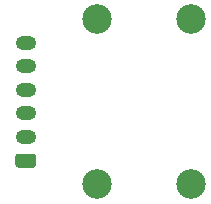
<source format=gbr>
%TF.GenerationSoftware,KiCad,Pcbnew,(5.1.9)-1*%
%TF.CreationDate,2021-10-16T13:59:42-06:00*%
%TF.ProjectId,ABSIS_Hall_Sensor,41425349-535f-4486-916c-6c5f53656e73,rev?*%
%TF.SameCoordinates,Original*%
%TF.FileFunction,Soldermask,Bot*%
%TF.FilePolarity,Negative*%
%FSLAX46Y46*%
G04 Gerber Fmt 4.6, Leading zero omitted, Abs format (unit mm)*
G04 Created by KiCad (PCBNEW (5.1.9)-1) date 2021-10-16 13:59:42*
%MOMM*%
%LPD*%
G01*
G04 APERTURE LIST*
%ADD10O,1.750000X1.200000*%
%ADD11C,2.500000*%
G04 APERTURE END LIST*
D10*
%TO.C,J1*%
X165847000Y-93298000D03*
X165847000Y-95298000D03*
X165847000Y-97298000D03*
X165847000Y-99298000D03*
X165847000Y-101298000D03*
G36*
G01*
X166472001Y-103898000D02*
X165221999Y-103898000D01*
G75*
G02*
X164972000Y-103648001I0J249999D01*
G01*
X164972000Y-102947999D01*
G75*
G02*
X165221999Y-102698000I249999J0D01*
G01*
X166472001Y-102698000D01*
G75*
G02*
X166722000Y-102947999I0J-249999D01*
G01*
X166722000Y-103648001D01*
G75*
G02*
X166472001Y-103898000I-249999J0D01*
G01*
G37*
%TD*%
D11*
%TO.C,H2*%
X171847000Y-105298000D03*
%TD*%
%TO.C,H1*%
X171847000Y-91298000D03*
%TD*%
%TO.C,H4*%
X179847000Y-91298000D03*
%TD*%
%TO.C,H3*%
X179847000Y-105298000D03*
%TD*%
M02*

</source>
